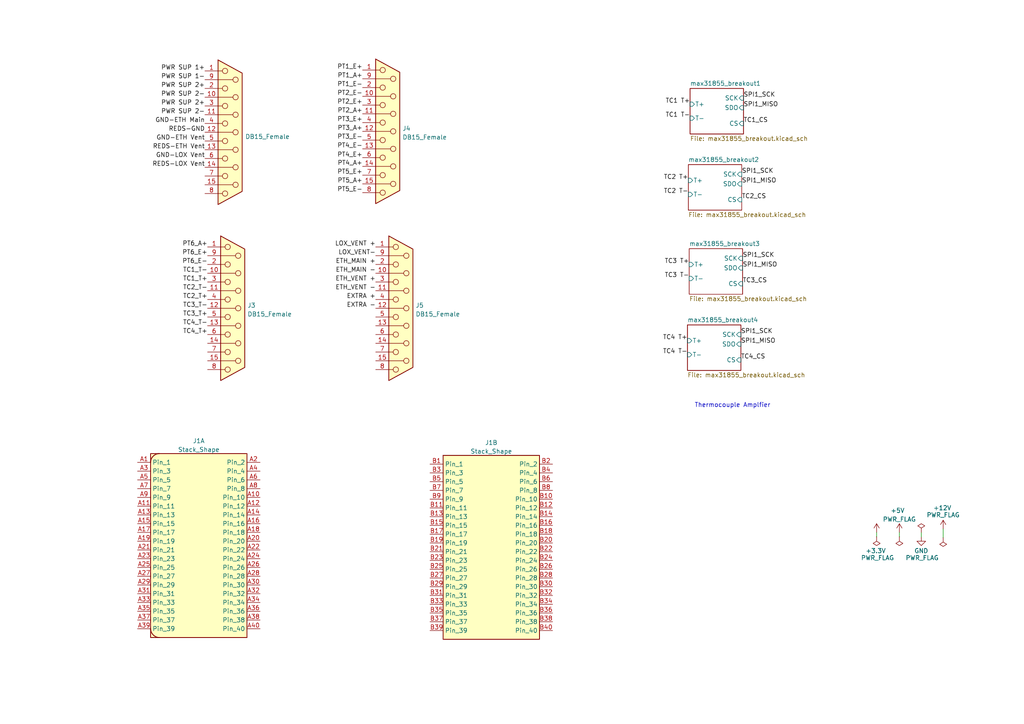
<source format=kicad_sch>
(kicad_sch (version 20230121) (generator eeschema)
  (paper "A4")
  (lib_symbols
    (symbol "Connector:DB15_Female" (pin_names (offset 1.016) hide)
      (property "Reference" "J" (at 0.508 21.59 0))
      (property "Value" "DB15_Female" (at 0 -22.225 0))
      (symbol "DB15_Female_0_1"
        (circle (center -1.778 -17.78) (radius 0.762))
        (circle (center -1.778 -12.7) (radius 0.762))
        (circle (center -1.778 -7.62) (radius 0.762))
        (circle (center -1.778 -2.54) (radius 0.762))
        (circle (center -1.778 2.54) (radius 0.762))
        (circle (center -1.778 7.62) (radius 0.762))
        (circle (center -1.778 12.7) (radius 0.762))
        (circle (center -1.778 17.78) (radius 0.762))
        (polyline (pts (xy -3.81 -17.78) (xy -2.54 -17.78)))
        (polyline (pts (xy -3.81 -15.24) (xy 0.508 -15.24)))
        (polyline (pts (xy -3.81 -12.7) (xy -2.54 -12.7)))
        (polyline (pts (xy -3.81 -10.16) (xy 0.508 -10.16)))
        (polyline (pts (xy -3.81 -7.62) (xy -2.54 -7.62)))
        (polyline (pts (xy -3.81 -5.08) (xy 0.508 -5.08)))
        (polyline (pts (xy -3.81 -2.54) (xy -2.54 -2.54)))
        (polyline (pts (xy -3.81 0) (xy 0.508 0)))
        (polyline (pts (xy -3.81 2.54) (xy -2.54 2.54)))
        (polyline (pts (xy -3.81 5.08) (xy 0.508 5.08)))
        (polyline (pts (xy -3.81 7.62) (xy -2.54 7.62)))
        (polyline (pts (xy -3.81 10.16) (xy 0.508 10.16)))
        (polyline (pts (xy -3.81 12.7) (xy -2.54 12.7)))
        (polyline (pts (xy -3.81 15.24) (xy 0.508 15.24)))
        (polyline (pts (xy -3.81 17.78) (xy -2.54 17.78)))
        (polyline (pts (xy -3.81 20.955) (xy 3.175 17.145) (xy 3.175 -17.145) (xy -3.81 -20.955) (xy -3.81 20.955)) (stroke (width 0.254)) (fill (type background)))
        (circle (center 1.27 -15.24) (radius 0.762))
        (circle (center 1.27 -10.16) (radius 0.762))
        (circle (center 1.27 -5.08) (radius 0.762))
        (circle (center 1.27 0) (radius 0.762))
        (circle (center 1.27 5.08) (radius 0.762))
        (circle (center 1.27 10.16) (radius 0.762))
        (circle (center 1.27 15.24) (radius 0.762))
      )
      (symbol "DB15_Female_1_1"
        (pin passive line (at -7.62 17.78 0) (length 3.81) (name "1") (number "1"))
        (pin passive line (at -7.62 10.16 0) (length 3.81) (name "P10") (number "10"))
        (pin passive line (at -7.62 5.08 0) (length 3.81) (name "P111") (number "11"))
        (pin passive line (at -7.62 0 0) (length 3.81) (name "P12") (number "12"))
        (pin passive line (at -7.62 -5.08 0) (length 3.81) (name "P13") (number "13"))
        (pin passive line (at -7.62 -10.16 0) (length 3.81) (name "P14") (number "14"))
        (pin passive line (at -7.62 -15.24 0) (length 3.81) (name "P15") (number "15"))
        (pin passive line (at -7.62 12.7 0) (length 3.81) (name "2") (number "2"))
        (pin passive line (at -7.62 7.62 0) (length 3.81) (name "3") (number "3"))
        (pin passive line (at -7.62 2.54 0) (length 3.81) (name "4") (number "4"))
        (pin passive line (at -7.62 -2.54 0) (length 3.81) (name "5") (number "5"))
        (pin passive line (at -7.62 -7.62 0) (length 3.81) (name "6") (number "6"))
        (pin passive line (at -7.62 -12.7 0) (length 3.81) (name "7") (number "7"))
        (pin passive line (at -7.62 -17.78 0) (length 3.81) (name "8") (number "8"))
        (pin passive line (at -7.62 15.24 0) (length 3.81) (name "P9") (number "9"))
      )
    )
    (symbol "Stack_Shape:Stack_Shape"
      (property "Reference" "J" (at 0 0 0))
      (property "Value" "Stack_Shape" (at 0 0 0))
      (symbol "Stack_Shape_0_0"
        (rectangle (start -15.24 29.21) (end 12.7 -24.13) (stroke (width 0.254)) (fill (type background)))
      )
      (symbol "Stack_Shape_1_0"
        (arc (start -15.24 -21.59) (mid -14.4834 -23.3734) (end -12.7 -24.13) (stroke (width 0.254)))
        (arc (start -12.7 29.21) (mid -14.5013 28.4713) (end -15.24 26.67) (stroke (width 0.254)))
      )
      (symbol "Stack_Shape_1_1"
        (pin passive line (at -19.05 26.67 0) (length 3.81) (name "Pin_1") (number "A1"))
        (pin passive line (at 16.51 16.51 180) (length 3.81) (name "Pin_10") (number "A10"))
        (pin passive line (at -19.05 13.97 0) (length 3.81) (name "Pin_11") (number "A11"))
        (pin passive line (at 16.51 13.97 180) (length 3.81) (name "Pin_12") (number "A12"))
        (pin passive line (at -19.05 11.43 0) (length 3.81) (name "Pin_13") (number "A13"))
        (pin passive line (at 16.51 11.43 180) (length 3.81) (name "Pin_14") (number "A14"))
        (pin passive line (at -19.05 8.89 0) (length 3.81) (name "Pin_15") (number "A15"))
        (pin passive line (at 16.51 8.89 180) (length 3.81) (name "Pin_16") (number "A16"))
        (pin passive line (at -19.05 6.35 0) (length 3.81) (name "Pin_17") (number "A17"))
        (pin passive line (at 16.51 6.35 180) (length 3.81) (name "Pin_18") (number "A18"))
        (pin passive line (at -19.05 3.81 0) (length 3.81) (name "Pin_19") (number "A19"))
        (pin passive line (at 16.51 26.67 180) (length 3.81) (name "Pin_2") (number "A2"))
        (pin passive line (at 16.51 3.81 180) (length 3.81) (name "Pin_20") (number "A20"))
        (pin passive line (at -19.05 1.27 0) (length 3.81) (name "Pin_21") (number "A21"))
        (pin passive line (at 16.51 1.27 180) (length 3.81) (name "Pin_22") (number "A22"))
        (pin passive line (at -19.05 -1.27 0) (length 3.81) (name "Pin_23") (number "A23"))
        (pin passive line (at 16.51 -1.27 180) (length 3.81) (name "Pin_24") (number "A24"))
        (pin passive line (at -19.05 -3.81 0) (length 3.81) (name "Pin_25") (number "A25"))
        (pin passive line (at 16.51 -3.81 180) (length 3.81) (name "Pin_26") (number "A26"))
        (pin passive line (at -19.05 -6.35 0) (length 3.81) (name "Pin_27") (number "A27"))
        (pin passive line (at 16.51 -6.35 180) (length 3.81) (name "Pin_28") (number "A28"))
        (pin passive line (at -19.05 -8.89 0) (length 3.81) (name "Pin_29") (number "A29"))
        (pin passive line (at -19.05 24.13 0) (length 3.81) (name "Pin_3") (number "A3"))
        (pin passive line (at 16.51 -8.89 180) (length 3.81) (name "Pin_30") (number "A30"))
        (pin passive line (at -19.05 -11.43 0) (length 3.81) (name "Pin_31") (number "A31"))
        (pin passive line (at 16.51 -11.43 180) (length 3.81) (name "Pin_32") (number "A32"))
        (pin passive line (at -19.05 -13.97 0) (length 3.81) (name "Pin_33") (number "A33"))
        (pin passive line (at 16.51 -13.97 180) (length 3.81) (name "Pin_34") (number "A34"))
        (pin passive line (at -19.05 -16.51 0) (length 3.81) (name "Pin_35") (number "A35"))
        (pin passive line (at 16.51 -16.51 180) (length 3.81) (name "Pin_36") (number "A36"))
        (pin passive line (at -19.05 -19.05 0) (length 3.81) (name "Pin_37") (number "A37"))
        (pin passive line (at 16.51 -19.05 180) (length 3.81) (name "Pin_38") (number "A38"))
        (pin passive line (at -19.05 -21.59 0) (length 3.81) (name "Pin_39") (number "A39"))
        (pin passive line (at 16.51 24.13 180) (length 3.81) (name "Pin_4") (number "A4"))
        (pin passive line (at 16.51 -21.59 180) (length 3.81) (name "Pin_40") (number "A40"))
        (pin passive line (at -19.05 21.59 0) (length 3.81) (name "Pin_5") (number "A5"))
        (pin passive line (at 16.51 21.59 180) (length 3.81) (name "Pin_6") (number "A6"))
        (pin passive line (at -19.05 19.05 0) (length 3.81) (name "Pin_7") (number "A7"))
        (pin passive line (at 16.51 19.05 180) (length 3.81) (name "Pin_8") (number "A8"))
        (pin passive line (at -19.05 16.51 0) (length 3.81) (name "Pin_9") (number "A9"))
      )
      (symbol "Stack_Shape_2_1"
        (pin passive line (at -19.05 26.67 0) (length 3.81) (name "Pin_1") (number "B1"))
        (pin passive line (at 16.51 16.51 180) (length 3.81) (name "Pin_10") (number "B10"))
        (pin passive line (at -19.05 13.97 0) (length 3.81) (name "Pin_11") (number "B11"))
        (pin passive line (at 16.51 13.97 180) (length 3.81) (name "Pin_12") (number "B12"))
        (pin passive line (at -19.05 11.43 0) (length 3.81) (name "Pin_13") (number "B13"))
        (pin passive line (at 16.51 11.43 180) (length 3.81) (name "Pin_14") (number "B14"))
        (pin passive line (at -19.05 8.89 0) (length 3.81) (name "Pin_15") (number "B15"))
        (pin passive line (at 16.51 8.89 180) (length 3.81) (name "Pin_16") (number "B16"))
        (pin passive line (at -19.05 6.35 0) (length 3.81) (name "Pin_17") (number "B17"))
        (pin passive line (at 16.51 6.35 180) (length 3.81) (name "Pin_18") (number "B18"))
        (pin passive line (at -19.05 3.81 0) (length 3.81) (name "Pin_19") (number "B19"))
        (pin passive line (at 16.51 26.67 180) (length 3.81) (name "Pin_2") (number "B2"))
        (pin passive line (at 16.51 3.81 180) (length 3.81) (name "Pin_20") (number "B20"))
        (pin passive line (at -19.05 1.27 0) (length 3.81) (name "Pin_21") (number "B21"))
        (pin passive line (at 16.51 1.27 180) (length 3.81) (name "Pin_22") (number "B22"))
        (pin passive line (at -19.05 -1.27 0) (length 3.81) (name "Pin_23") (number "B23"))
        (pin passive line (at 16.51 -1.27 180) (length 3.81) (name "Pin_24") (number "B24"))
        (pin passive line (at -19.05 -3.81 0) (length 3.81) (name "Pin_25") (number "B25"))
        (pin passive line (at 16.51 -3.81 180) (length 3.81) (name "Pin_26") (number "B26"))
        (pin passive line (at -19.05 -6.35 0) (length 3.81) (name "Pin_27") (number "B27"))
        (pin passive line (at 16.51 -6.35 180) (length 3.81) (name "Pin_28") (number "B28"))
        (pin passive line (at -19.05 -8.89 0) (length 3.81) (name "Pin_29") (number "B29"))
        (pin passive line (at -19.05 24.13 0) (length 3.81) (name "Pin_3") (number "B3"))
        (pin passive line (at 16.51 -8.89 180) (length 3.81) (name "Pin_30") (number "B30"))
        (pin passive line (at -19.05 -11.43 0) (length 3.81) (name "Pin_31") (number "B31"))
        (pin passive line (at 16.51 -11.43 180) (length 3.81) (name "Pin_32") (number "B32"))
        (pin passive line (at -19.05 -13.97 0) (length 3.81) (name "Pin_33") (number "B33"))
        (pin passive line (at 16.51 -13.97 180) (length 3.81) (name "Pin_34") (number "B34"))
        (pin passive line (at -19.05 -16.51 0) (length 3.81) (name "Pin_35") (number "B35"))
        (pin passive line (at 16.51 -16.51 180) (length 3.81) (name "Pin_36") (number "B36"))
        (pin passive line (at -19.05 -19.05 0) (length 3.81) (name "Pin_37") (number "B37"))
        (pin passive line (at 16.51 -19.05 180) (length 3.81) (name "Pin_38") (number "B38"))
        (pin passive line (at -19.05 -21.59 0) (length 3.81) (name "Pin_39") (number "B39"))
        (pin passive line (at 16.51 24.13 180) (length 3.81) (name "Pin_4") (number "B4"))
        (pin passive line (at 16.51 -21.59 180) (length 3.81) (name "Pin_40") (number "B40"))
        (pin passive line (at -19.05 21.59 0) (length 3.81) (name "Pin_5") (number "B5"))
        (pin passive line (at 16.51 21.59 180) (length 3.81) (name "Pin_6") (number "B6"))
        (pin passive line (at -19.05 19.05 0) (length 3.81) (name "Pin_7") (number "B7"))
        (pin passive line (at 16.51 19.05 180) (length 3.81) (name "Pin_8") (number "B8"))
        (pin passive line (at -19.05 16.51 0) (length 3.81) (name "Pin_9") (number "B9"))
      )
    )
    (symbol "power:+12V" (power) (pin_names (offset 0))
      (property "Value" "+12V" (at 0 3.556 0))
      (symbol "+12V_0_1"
        (polyline (pts (xy -0.762 1.27) (xy 0 2.54)))
        (polyline (pts (xy 0 0) (xy 0 2.54)))
        (polyline (pts (xy 0 2.54) (xy 0.762 1.27)))
      )
      (symbol "+12V_1_1"
        (pin power_in line (at 0 0 90) (length 0) hide (name "+12V") (number "1"))
      )
    )
    (symbol "power:+3.3V" (power) (pin_names (offset 0))
      (property "Value" "+3.3V" (at 0 3.556 0))
      (symbol "+3.3V_0_1"
        (polyline (pts (xy -0.762 1.27) (xy 0 2.54)))
        (polyline (pts (xy 0 0) (xy 0 2.54)))
        (polyline (pts (xy 0 2.54) (xy 0.762 1.27)))
      )
      (symbol "+3.3V_1_1"
        (pin power_in line (at 0 0 90) (length 0) hide (name "+3.3V") (number "1"))
      )
    )
    (symbol "power:+5V" (power) (pin_names (offset 0))
      (property "Value" "+5V" (at 0 3.556 0))
      (symbol "+5V_0_1"
        (polyline (pts (xy -0.762 1.27) (xy 0 2.54)))
        (polyline (pts (xy 0 0) (xy 0 2.54)))
        (polyline (pts (xy 0 2.54) (xy 0.762 1.27)))
      )
      (symbol "+5V_1_1"
        (pin power_in line (at 0 0 90) (length 0) hide (name "+5V") (number "1"))
      )
    )
    (symbol "power:GND" (power) (pin_names (offset 0))
      (property "Value" "GND" (at 0 -3.81 0))
      (symbol "GND_0_1"
        (polyline (pts (xy 0 0) (xy 0 -1.27) (xy 1.27 -1.27) (xy 0 -2.54) (xy -1.27 -1.27) (xy 0 -1.27)))
      )
      (symbol "GND_1_1"
        (pin power_in line (at 0 0 270) (length 0) hide (name "GND") (number "1"))
      )
    )
    (symbol "power:PWR_FLAG" (power) (pin_numbers hide) (pin_names (offset 0) hide)
      (property "Value" "PWR_FLAG" (at 0 3.81 0))
      (symbol "PWR_FLAG_0_0"
        (pin power_out line (at 0 0 90) (length 0) (name "pwr") (number "1"))
      )
      (symbol "PWR_FLAG_0_1"
        (polyline (pts (xy 0 0) (xy 0 1.27) (xy -1.016 1.905) (xy 0 2.54) (xy 1.016 1.905) (xy 0 1.27)))
      )
    )
  )
  (wire (pts (xy 254.254 155.702) (xy 254.254 154.432)))
  (wire (pts (xy 267.208 154.432) (xy 267.208 155.702)))
  (wire (pts (xy 260.858 155.702) (xy 260.858 154.432)))
  (wire (pts (xy 273.558 153.416) (xy 273.558 155.956)))
  (text "Thermocouple Amplfier" (at 201.422 118.364 0) (effects (font (size 1.27 1.27)) (justify left bottom)))
  (label "PT3_E+" (at 105.156 35.56 180))
  (label "GND-ETH Vent" (at 59.436 40.894 180))
  (label "PT6_A+" (at 60.198 71.628 180))
  (label "LOX_VENT-" (at 108.966 74.168 180))
  (label "PWR SUP 2+" (at 59.436 30.734 180))
  (label "PT6_E+" (at 60.198 74.168 180))
  (label "PT2_E-" (at 105.156 27.94 180))
  (label "TC4 T-" (at 199.39 102.87 180))
  (label "TC1 T+" (at 200.152 30.226 180))
  (label "TC2 T-" (at 199.644 56.388 180))
  (label "TC1_CS" (at 215.646 35.814 0))
  (label "PT5_E-" (at 105.156 55.88 180))
  (label "PT3_E-" (at 105.156 40.64 180))
  (label "TC1_T+" (at 60.198 81.788 180))
  (label "TC2_T+" (at 60.198 86.868 180))
  (label "TC4_T-" (at 60.198 94.488 180))
  (label "TC4_T+" (at 60.198 97.028 180))
  (label "PT1_E-" (at 105.156 25.4 180))
  (label "TC2 T+" (at 199.644 52.324 180))
  (label "TC1_T-" (at 60.198 79.248 180))
  (label "EXTRA +" (at 108.966 86.868 180))
  (label "PWR SUP 2+" (at 59.436 25.654 180))
  (label "TC3_T-" (at 60.198 89.408 180))
  (label "PT4_A+" (at 105.156 48.26 180))
  (label "PT1_A+" (at 105.156 22.86 180))
  (label "TC3 T-" (at 199.898 80.772 180))
  (label "ETH_MAIN -" (at 108.966 79.248 180))
  (label "PT3_A+" (at 105.156 38.1 180))
  (label "PT4_E-" (at 105.156 43.18 180))
  (label "SPI1_SCK" (at 215.646 28.448 0))
  (label "EXTRA -" (at 108.966 89.408 180))
  (label "TC2_T-" (at 60.198 84.328 180))
  (label "TC1 T-" (at 200.152 34.29 180))
  (label "REDS-LOX Vent" (at 59.436 48.514 180))
  (label "ETH_VENT +" (at 108.966 81.788 180))
  (label "TC3_CS" (at 215.392 82.296 0))
  (label "TC4 T+" (at 199.39 98.806 180))
  (label "REDS-ETH Vent" (at 59.436 43.434 180))
  (label "SPI1_MISO" (at 215.646 31.242 0))
  (label "SPI1_MISO" (at 215.138 53.34 0))
  (label "TC2_CS" (at 215.138 57.912 0))
  (label "SPI1_SCK" (at 214.884 97.028 0))
  (label "REDS-GND" (at 59.436 38.354 180))
  (label "PT1_E+" (at 105.156 20.32 180))
  (label "ETH_VENT -" (at 108.966 84.328 180))
  (label "TC3_T+" (at 60.198 91.948 180))
  (label "TC4_CS" (at 214.884 104.394 0))
  (label "PT6_E-" (at 60.198 76.708 180))
  (label "PWR SUP 1-" (at 59.436 23.114 180))
  (label "PWR SUP 2-" (at 59.436 33.274 180))
  (label "GND-ETH Main" (at 59.436 35.814 180))
  (label "ETH_MAIN +" (at 108.966 76.708 180))
  (label "PWR SUP 2-" (at 59.436 28.194 180))
  (label "PT2_A+" (at 105.156 33.02 180))
  (label "LOX_VENT +" (at 108.966 71.628 180))
  (label "SPI1_MISO" (at 215.392 77.724 0))
  (label "PT2_E+" (at 105.156 30.48 180))
  (label "SPI1_MISO" (at 214.884 99.822 0))
  (label "SPI1_SCK" (at 215.392 74.93 0))
  (label "GND-LOX Vent" (at 59.436 45.974 180))
  (label "TC3 T+" (at 199.898 76.708 180))
  (label "PT5_E+" (at 105.156 50.8 180))
  (label "PT4_E+" (at 105.156 45.847 180))
  (label "SPI1_SCK" (at 215.138 50.546 0))
  (label "PWR SUP 1+" (at 59.436 20.574 180))
  (label "PT5_A+" (at 105.156 53.34 180))
  (symbol (lib_id "Connector:DB15_Female") (at 67.056 38.354 0) (unit 1)
    (property "Reference" "J2" (effects hide))
    (property "Value" "DB15_Female" (at 71.12 39.624 0) (effects (justify left)))
    (property "Datasheet" " ~" (effects hide))
  )
  (symbol (lib_id "power:GND") (at 267.208 155.702 0) (unit 1)
    (property "Reference" "#PWR03" (effects hide))
    (property "Value" "GND" (at 267.208 159.766 0))
  )
  (symbol (lib_id "Connector:DB15_Female") (at 116.586 89.408 0) (unit 1)
    (property "Reference" "J5" (at 120.523 88.5733 0) (effects (justify left)))
    (property "Value" "DB15_Female" (at 120.523 91.1102 0) (effects (justify left)))
    (property "Datasheet" " ~" (effects hide))
  )
  (symbol (lib_id "power:PWR_FLAG") (at 273.558 155.956 180) (unit 1)
    (property "Reference" "#FLG04" (effects hide))
    (property "Value" "PWR_FLAG" (at 273.558 149.352 0))
  )
  (symbol (lib_id "Stack_Shape:Stack_Shape") (at 58.928 160.782 0) (unit 1)
    (property "Reference" "J1" (at 57.6579 127.8721 0))
    (property "Value" "Stack_Shape" (at 57.6579 130.409 0))
  )
  (symbol (lib_id "power:+5V") (at 260.858 154.432 0) (unit 1)
    (property "Reference" "#PWR02" (effects hide))
    (property "Value" "+5V" (at 260.35 148.082 0))
  )
  (symbol (lib_id "power:PWR_FLAG") (at 254.254 155.702 180) (unit 1)
    (property "Reference" "#FLG01" (effects hide))
    (property "Value" "PWR_FLAG" (at 254.508 161.798 0))
  )
  (symbol (lib_id "power:PWR_FLAG") (at 260.858 155.702 180) (unit 1)
    (property "Reference" "#FLG02" (effects hide))
    (property "Value" "PWR_FLAG" (at 260.858 150.622 0))
  )
  (symbol (lib_id "Connector:DB15_Female") (at 67.818 89.408 0) (unit 1)
    (property "Reference" "J3" (at 71.755 88.5733 0) (effects (justify left)))
    (property "Value" "DB15_Female" (at 71.755 91.1102 0) (effects (justify left)))
    (property "Datasheet" " ~" (effects hide))
  )
  (symbol (lib_id "Stack_Shape:Stack_Shape") (at 143.764 161.29 0) (unit 2)
    (property "Reference" "J1" (at 142.494 128.3802 0))
    (property "Value" "Stack_Shape" (at 142.494 130.9171 0))
  )
  (symbol (lib_id "power:PWR_FLAG") (at 267.208 154.432 0) (unit 1)
    (property "Reference" "#FLG03" (effects hide))
    (property "Value" "PWR_FLAG" (at 267.462 161.798 0))
  )
  (symbol (lib_id "power:+12V") (at 273.558 153.416 0) (unit 1)
    (property "Reference" "#PWR04" (effects hide))
    (property "Value" "+12V" (at 273.304 147.32 0))
  )
  (symbol (lib_id "Connector:DB15_Female") (at 112.776 38.1 0) (unit 1)
    (property "Reference" "J4" (at 116.713 37.2653 0) (effects (justify left)))
    (property "Value" "DB15_Female" (at 116.713 39.8022 0) (effects (justify left)))
    (property "Datasheet" " ~" (effects hide))
  )
  (symbol (lib_id "power:+3.3V") (at 254.254 154.432 0) (unit 1)
    (property "Reference" "#PWR01" (effects hide))
    (property "Value" "+3.3V" (at 254 159.766 0))
  )
  (sheet (at 199.39 94.234) (size 15.494 13.208) (stroke (width 0.1524))
    (property "Sheetname" "max31855_breakout4" (at 199.39 93.5224 0) (effects (justify left bottom)))
    (property "Sheetfile" "max31855_breakout.kicad_sch" (at 199.39 108.0266 0) (effects (justify left top)))
    (pin "T+" input (at 199.39 98.806 180))
    (pin "T-" input (at 199.39 102.87 180))
    (pin "CS" input (at 214.884 104.394 0))
    (pin "SCK" input (at 214.884 97.028 0))
    (pin "SDO" input (at 214.884 99.822 0))
  )
  (sheet (at 199.644 47.752) (size 15.494 13.208) (stroke (width 0.1524))
    (property "Sheetname" "max31855_breakout2" (at 199.644 47.0404 0) (effects (justify left bottom)))
    (property "Sheetfile" "max31855_breakout.kicad_sch" (at 199.644 61.5446 0) (effects (justify left top)))
    (pin "T+" input (at 199.644 52.324 180))
    (pin "T-" input (at 199.644 56.388 180))
    (pin "CS" input (at 215.138 57.912 0))
    (pin "SCK" input (at 215.138 50.546 0))
    (pin "SDO" input (at 215.138 53.34 0))
  )
  (sheet (at 199.898 72.136) (size 15.494 13.208) (stroke (width 0.1524))
    (property "Sheetname" "max31855_breakout3" (at 199.898 71.4244 0) (effects (justify left bottom)))
    (property "Sheetfile" "max31855_breakout.kicad_sch" (at 199.898 85.9286 0) (effects (justify left top)))
    (pin "T+" input (at 199.898 76.708 180))
    (pin "T-" input (at 199.898 80.772 180))
    (pin "CS" input (at 215.392 82.296 0))
    (pin "SCK" input (at 215.392 74.93 0))
    (pin "SDO" input (at 215.392 77.724 0))
  )
  (sheet (at 200.152 25.654) (size 15.494 13.208) (stroke (width 0.1524))
    (property "Sheetname" "max31855_breakout1" (at 200.152 24.9424 0) (effects (justify left bottom)))
    (property "Sheetfile" "max31855_breakout.kicad_sch" (at 200.152 39.4466 0) (effects (justify left top)))
    (pin "T+" input (at 200.152 30.226 180))
    (pin "T-" input (at 200.152 34.29 180))
    (pin "CS" input (at 215.646 35.814 0))
    (pin "SCK" input (at 215.646 28.448 0))
    (pin "SDO" input (at 215.646 31.242 0))
  )
)
</source>
